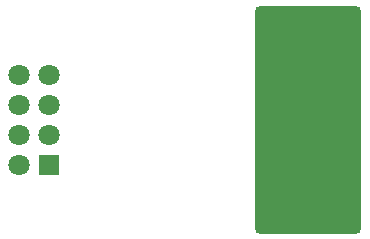
<source format=gbs>
G04 Layer: BottomSolderMaskLayer*
G04 EasyEDA Pro v1.9.26, 2022-12-23 16:44:12*
G04 Gerber Generator version 0.3*
G04 Scale: 100 percent, Rotated: No, Reflected: No*
G04 Dimensions in millimeters*
G04 Leading zeros omitted, absolute positions, 3 integers and 3 decimals*
%FSLAX33Y33*%
%MOMM*%
%AMRoundRect*1,1,$1,$2,$3*1,1,$1,$4,$5*1,1,$1,0-$2,0-$3*1,1,$1,0-$4,0-$5*20,1,$1,$2,$3,$4,$5,0*20,1,$1,$4,$5,0-$2,0-$3,0*20,1,$1,0-$2,0-$3,0-$4,0-$5,0*20,1,$1,0-$4,0-$5,$2,$3,0*4,1,4,$2,$3,$4,$5,0-$2,0-$3,0-$4,0-$5,$2,$3,0*%
%ADD10RoundRect,0.77967X-4.093265X9.236765X4.093265X9.236765*%
%ADD11R,1.801597X1.801597*%
%ADD12C,1.801597*%
G75*


G04 Pad Start*
G54D10*
G01X27623Y-10033D03*
G54D11*
G01X5715Y-13843D03*
G54D12*
G01X3175Y-13843D03*
G01X5715Y-11303D03*
G01X3175Y-11303D03*
G01X5715Y-8763D03*
G01X3175Y-8763D03*
G01X5715Y-6223D03*
G01X3175Y-6223D03*
G04 Pad End*

M02*

</source>
